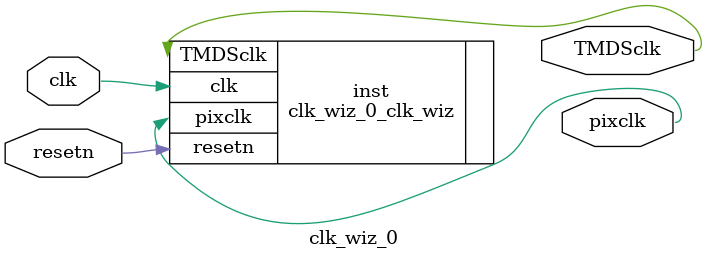
<source format=v>


`timescale 1ps/1ps

(* CORE_GENERATION_INFO = "clk_wiz_0,clk_wiz_v6_0_4_0_0,{component_name=clk_wiz_0,use_phase_alignment=true,use_min_o_jitter=false,use_max_i_jitter=false,use_dyn_phase_shift=false,use_inclk_switchover=false,use_dyn_reconfig=false,enable_axi=0,feedback_source=FDBK_AUTO,PRIMITIVE=MMCM,num_out_clk=2,clkin1_period=20.000,clkin2_period=10.0,use_power_down=false,use_reset=true,use_locked=false,use_inclk_stopped=false,feedback_type=SINGLE,CLOCK_MGR_TYPE=NA,manual_override=false}" *)

module clk_wiz_0 
 (
  // Clock out ports
  output        pixclk,
  output        TMDSclk,
  // Status and control signals
  input         resetn,
 // Clock in ports
  input         clk
 );

  clk_wiz_0_clk_wiz inst
  (
  // Clock out ports  
  .pixclk(pixclk),
  .TMDSclk(TMDSclk),
  // Status and control signals               
  .resetn(resetn), 
 // Clock in ports
  .clk(clk)
  );

endmodule

</source>
